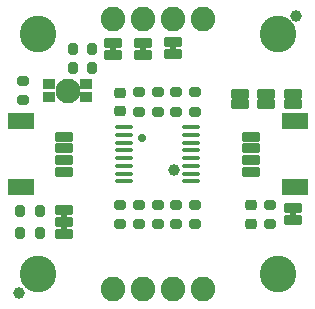
<source format=gbs>
%TF.GenerationSoftware,KiCad,Pcbnew,8.0.6*%
%TF.CreationDate,2024-11-09T20:31:53-07:00*%
%TF.ProjectId,SparkFun_Qwiic_Navigation,53706172-6b46-4756-9e5f-51776969635f,rev?*%
%TF.SameCoordinates,Original*%
%TF.FileFunction,Soldermask,Bot*%
%TF.FilePolarity,Negative*%
%FSLAX46Y46*%
G04 Gerber Fmt 4.6, Leading zero omitted, Abs format (unit mm)*
G04 Created by KiCad (PCBNEW 8.0.6) date 2024-11-09 20:31:53*
%MOMM*%
%LPD*%
G01*
G04 APERTURE LIST*
G04 Aperture macros list*
%AMRoundRect*
0 Rectangle with rounded corners*
0 $1 Rounding radius*
0 $2 $3 $4 $5 $6 $7 $8 $9 X,Y pos of 4 corners*
0 Add a 4 corners polygon primitive as box body*
4,1,4,$2,$3,$4,$5,$6,$7,$8,$9,$2,$3,0*
0 Add four circle primitives for the rounded corners*
1,1,$1+$1,$2,$3*
1,1,$1+$1,$4,$5*
1,1,$1+$1,$6,$7*
1,1,$1+$1,$8,$9*
0 Add four rect primitives between the rounded corners*
20,1,$1+$1,$2,$3,$4,$5,0*
20,1,$1+$1,$4,$5,$6,$7,0*
20,1,$1+$1,$6,$7,$8,$9,0*
20,1,$1+$1,$8,$9,$2,$3,0*%
G04 Aperture macros list end*
%ADD10C,0.000000*%
%ADD11C,1.000000*%
%ADD12C,3.100000*%
%ADD13C,0.700000*%
%ADD14C,2.082800*%
%ADD15RoundRect,0.200000X-0.200000X-0.275000X0.200000X-0.275000X0.200000X0.275000X-0.200000X0.275000X0*%
%ADD16RoundRect,0.200000X-0.275000X0.200000X-0.275000X-0.200000X0.275000X-0.200000X0.275000X0.200000X0*%
%ADD17RoundRect,0.101600X-0.675000X0.300000X-0.675000X-0.300000X0.675000X-0.300000X0.675000X0.300000X0*%
%ADD18RoundRect,0.101600X-1.000000X0.600000X-1.000000X-0.600000X1.000000X-0.600000X1.000000X0.600000X0*%
%ADD19RoundRect,0.101600X0.675000X-0.300000X0.675000X0.300000X-0.675000X0.300000X-0.675000X-0.300000X0*%
%ADD20RoundRect,0.101600X1.000000X-0.600000X1.000000X0.600000X-1.000000X0.600000X-1.000000X-0.600000X0*%
%ADD21RoundRect,0.101600X0.635000X-0.330200X0.635000X0.330200X-0.635000X0.330200X-0.635000X-0.330200X0*%
%ADD22RoundRect,0.225000X0.250000X-0.225000X0.250000X0.225000X-0.250000X0.225000X-0.250000X-0.225000X0*%
%ADD23RoundRect,0.100000X0.637500X0.100000X-0.637500X0.100000X-0.637500X-0.100000X0.637500X-0.100000X0*%
%ADD24RoundRect,0.085000X0.635000X-0.317500X0.635000X0.317500X-0.635000X0.317500X-0.635000X-0.317500X0*%
%ADD25RoundRect,0.200000X0.200000X0.275000X-0.200000X0.275000X-0.200000X-0.275000X0.200000X-0.275000X0*%
%ADD26RoundRect,0.218750X-0.256250X0.218750X-0.256250X-0.218750X0.256250X-0.218750X0.256250X0.218750X0*%
%ADD27C,2.100000*%
%ADD28RoundRect,0.101600X-0.400000X-0.350000X0.400000X-0.350000X0.400000X0.350000X-0.400000X0.350000X0*%
%ADD29RoundRect,0.101600X-0.635000X0.330200X-0.635000X-0.330200X0.635000X-0.330200X0.635000X0.330200X0*%
G04 APERTURE END LIST*
D10*
%TO.C,JP5*%
G36*
X9130500Y21336000D02*
G01*
X8649500Y21336000D01*
X8649500Y21844000D01*
X9130500Y21844000D01*
X9130500Y21336000D01*
G37*
%TO.C,JP7*%
G36*
X11670500Y21336000D02*
G01*
X11189500Y21336000D01*
X11189500Y21844000D01*
X11670500Y21844000D01*
X11670500Y21336000D01*
G37*
%TO.C,JP8*%
G36*
X14210500Y21450300D02*
G01*
X13729500Y21450300D01*
X13729500Y21958300D01*
X14210500Y21958300D01*
X14210500Y21450300D01*
G37*
%TO.C,JP6*%
G36*
X5003000Y6210300D02*
G01*
X4522000Y6210300D01*
X4522000Y6718300D01*
X5003000Y6718300D01*
X5003000Y6210300D01*
G37*
G36*
X5026000Y7243000D02*
G01*
X4545000Y7243000D01*
X4545000Y7751000D01*
X5026000Y7751000D01*
X5026000Y7243000D01*
G37*
%TO.C,JP4*%
G36*
X24370500Y7366000D02*
G01*
X23889500Y7366000D01*
X23889500Y7874000D01*
X24370500Y7874000D01*
X24370500Y7366000D01*
G37*
%TD*%
D11*
%TO.C,FID2*%
X952500Y952500D03*
%TD*%
%TO.C,FID1*%
X24447500Y24447500D03*
%TD*%
D12*
%TO.C,ST2*%
X22860000Y22860000D03*
%TD*%
D11*
%TO.C,SW2*%
X14043503Y11356497D03*
D13*
X11356497Y14043503D03*
%TD*%
D14*
%TO.C,J5*%
X8890000Y1270000D03*
X11430000Y1270000D03*
X13970000Y1270000D03*
X16510000Y1270000D03*
%TD*%
D12*
%TO.C,ST1*%
X2540000Y22860000D03*
%TD*%
%TO.C,ST3*%
X2540000Y2540000D03*
%TD*%
D14*
%TO.C,J2*%
X8890000Y24130000D03*
X11430000Y24130000D03*
X13970000Y24130000D03*
X16510000Y24130000D03*
%TD*%
D12*
%TO.C,ST4*%
X22860000Y2540000D03*
%TD*%
D15*
%TO.C,R14*%
X5525000Y21590000D03*
X7175000Y21590000D03*
%TD*%
D16*
%TO.C,R8*%
X12700000Y8445000D03*
X12700000Y6795000D03*
%TD*%
D17*
%TO.C,J1*%
X20637500Y14200000D03*
X20637500Y13200000D03*
X20637500Y12200000D03*
X20637500Y11200000D03*
D18*
X24312500Y9900000D03*
X24312500Y15500000D03*
%TD*%
D19*
%TO.C,J3*%
X4762500Y11200000D03*
X4762500Y12200000D03*
X4762500Y13200000D03*
X4762500Y14200000D03*
D20*
X1087500Y15500000D03*
X1087500Y9900000D03*
%TD*%
D21*
%TO.C,JP5*%
X8890000Y21069300D03*
X8890000Y22110700D03*
%TD*%
D22*
%TO.C,C1*%
X9525000Y16370000D03*
X9525000Y17920000D03*
%TD*%
D21*
%TO.C,JP7*%
X11430000Y21069300D03*
X11430000Y22110700D03*
%TD*%
D23*
%TO.C,U4*%
X15562500Y14975000D03*
X15562500Y14325000D03*
X15562500Y13675000D03*
X15562500Y13025000D03*
X15562500Y12375000D03*
X15562500Y11725000D03*
X15562500Y11075000D03*
X15562500Y10425000D03*
X9837500Y10425000D03*
X9837500Y11075000D03*
X9837500Y11725000D03*
X9837500Y12375000D03*
X9837500Y13025000D03*
X9837500Y13675000D03*
X9837500Y14325000D03*
X9837500Y14975000D03*
%TD*%
D24*
%TO.C,JP1*%
X19685000Y16967200D03*
X19685000Y17780000D03*
%TD*%
D16*
%TO.C,R12*%
X9525000Y8445000D03*
X9525000Y6795000D03*
%TD*%
D25*
%TO.C,R13*%
X2730000Y6032500D03*
X1080000Y6032500D03*
%TD*%
D26*
%TO.C,D1*%
X20637500Y8407500D03*
X20637500Y6832500D03*
%TD*%
D16*
%TO.C,R3*%
X12700000Y17970000D03*
X12700000Y16320000D03*
%TD*%
%TO.C,R6*%
X1270000Y18922500D03*
X1270000Y17272500D03*
%TD*%
D24*
%TO.C,JP2*%
X21907500Y16967200D03*
X21907500Y17780000D03*
%TD*%
D16*
%TO.C,R4*%
X11112500Y17970000D03*
X11112500Y16320000D03*
%TD*%
%TO.C,R11*%
X14287500Y8445000D03*
X14287500Y6795000D03*
%TD*%
D15*
%TO.C,R15*%
X5525000Y20002500D03*
X7175000Y20002500D03*
%TD*%
D16*
%TO.C,R2*%
X14287500Y17970000D03*
X14287500Y16320000D03*
%TD*%
D25*
%TO.C,R7*%
X2730000Y7937500D03*
X1080000Y7937500D03*
%TD*%
D21*
%TO.C,JP8*%
X13970000Y21183600D03*
X13970000Y22225000D03*
%TD*%
D27*
%TO.C,D2*%
X5080000Y18097500D03*
D28*
X3530000Y17547500D03*
X3530000Y18647500D03*
X6630000Y18647500D03*
X6630000Y17547500D03*
%TD*%
D21*
%TO.C,JP6*%
X4762500Y5943600D03*
X4762500Y6985000D03*
D29*
X4762500Y8026400D03*
%TD*%
D16*
%TO.C,R5*%
X22225000Y8445000D03*
X22225000Y6795000D03*
%TD*%
D24*
%TO.C,JP3*%
X24130000Y16967200D03*
X24130000Y17780000D03*
%TD*%
D16*
%TO.C,R10*%
X15875000Y8445000D03*
X15875000Y6795000D03*
%TD*%
%TO.C,R9*%
X11112500Y8445000D03*
X11112500Y6795000D03*
%TD*%
D29*
%TO.C,JP4*%
X24130000Y8140700D03*
X24130000Y7099300D03*
%TD*%
D16*
%TO.C,R1*%
X15875000Y17970000D03*
X15875000Y16320000D03*
%TD*%
M02*

</source>
